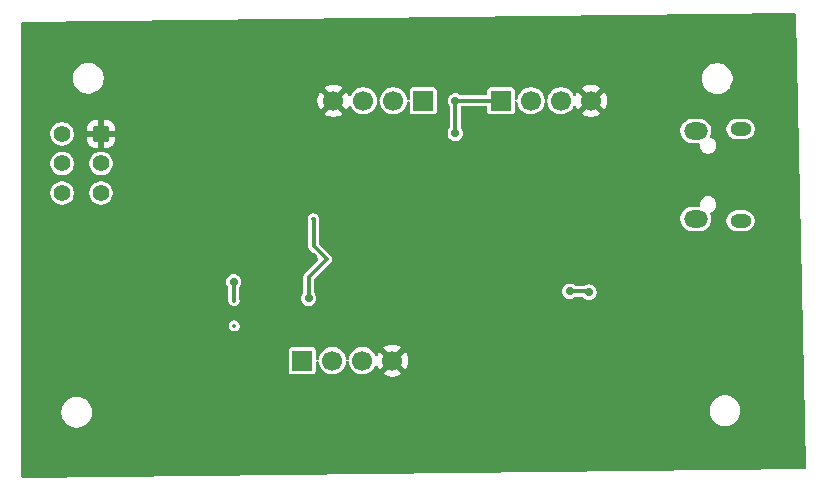
<source format=gbr>
%TF.GenerationSoftware,KiCad,Pcbnew,9.0.4*%
%TF.CreationDate,2025-09-11T21:53:48-07:00*%
%TF.ProjectId,STM32 PCB design,53544d33-3220-4504-9342-206465736967,rev?*%
%TF.SameCoordinates,Original*%
%TF.FileFunction,Copper,L2,Bot*%
%TF.FilePolarity,Positive*%
%FSLAX46Y46*%
G04 Gerber Fmt 4.6, Leading zero omitted, Abs format (unit mm)*
G04 Created by KiCad (PCBNEW 9.0.4) date 2025-09-11 21:53:48*
%MOMM*%
%LPD*%
G01*
G04 APERTURE LIST*
G04 Aperture macros list*
%AMRoundRect*
0 Rectangle with rounded corners*
0 $1 Rounding radius*
0 $2 $3 $4 $5 $6 $7 $8 $9 X,Y pos of 4 corners*
0 Add a 4 corners polygon primitive as box body*
4,1,4,$2,$3,$4,$5,$6,$7,$8,$9,$2,$3,0*
0 Add four circle primitives for the rounded corners*
1,1,$1+$1,$2,$3*
1,1,$1+$1,$4,$5*
1,1,$1+$1,$6,$7*
1,1,$1+$1,$8,$9*
0 Add four rect primitives between the rounded corners*
20,1,$1+$1,$2,$3,$4,$5,0*
20,1,$1+$1,$4,$5,$6,$7,0*
20,1,$1+$1,$6,$7,$8,$9,0*
20,1,$1+$1,$8,$9,$2,$3,0*%
G04 Aperture macros list end*
%TA.AperFunction,ComponentPad*%
%ADD10R,1.700000X1.700000*%
%TD*%
%TA.AperFunction,ComponentPad*%
%ADD11C,1.700000*%
%TD*%
%TA.AperFunction,ComponentPad*%
%ADD12RoundRect,0.250000X-0.450000X0.450000X-0.450000X-0.450000X0.450000X-0.450000X0.450000X0.450000X0*%
%TD*%
%TA.AperFunction,ComponentPad*%
%ADD13C,1.400000*%
%TD*%
%TA.AperFunction,HeatsinkPad*%
%ADD14O,1.800000X1.150000*%
%TD*%
%TA.AperFunction,HeatsinkPad*%
%ADD15O,2.000000X1.450000*%
%TD*%
%TA.AperFunction,ViaPad*%
%ADD16C,0.700000*%
%TD*%
%TA.AperFunction,Conductor*%
%ADD17C,0.300000*%
%TD*%
G04 APERTURE END LIST*
D10*
%TO.P,J2,1,Pin_1*%
%TO.N,+3.3V*%
X151190000Y-65000000D03*
D11*
%TO.P,J2,2,Pin_2*%
%TO.N,/SWDIO*%
X153730000Y-65000000D03*
%TO.P,J2,3,Pin_3*%
%TO.N,/SWCLK*%
X156270000Y-65000000D03*
%TO.P,J2,4,Pin_4*%
%TO.N,GND*%
X158810000Y-65000000D03*
%TD*%
D10*
%TO.P,J4,1,Pin_1*%
%TO.N,+3.3V*%
X134380000Y-87000000D03*
D11*
%TO.P,J4,2,Pin_2*%
%TO.N,/12C2_SCL*%
X136920000Y-87000000D03*
%TO.P,J4,3,Pin_3*%
%TO.N,/12C2_SDA*%
X139460000Y-87000000D03*
%TO.P,J4,4,Pin_4*%
%TO.N,GND*%
X142000000Y-87000000D03*
%TD*%
D12*
%TO.P,SW1,1,A*%
%TO.N,GND*%
X117325500Y-67807200D03*
D13*
%TO.P,SW1,2,B*%
%TO.N,/SW_BOOTO*%
X117325500Y-70307200D03*
%TO.P,SW1,3,C*%
%TO.N,+3.3V*%
X117325500Y-72807200D03*
%TO.P,SW1,4*%
%TO.N,N/C*%
X114025500Y-72807200D03*
%TO.P,SW1,5*%
X114025500Y-70307200D03*
%TO.P,SW1,6*%
X114025500Y-67807200D03*
%TD*%
D14*
%TO.P,J1,6,Shield*%
%TO.N,unconnected-(J1-Shield-Pad6)_3*%
X171476600Y-75152400D03*
D15*
%TO.N,unconnected-(J1-Shield-Pad6)_1*%
X167676600Y-75002400D03*
%TO.N,unconnected-(J1-Shield-Pad6)*%
X167676600Y-67552400D03*
D14*
%TO.N,unconnected-(J1-Shield-Pad6)_2*%
X171476600Y-67402400D03*
%TD*%
D10*
%TO.P,J3,1,Pin_1*%
%TO.N,+3.3V*%
X144620000Y-65000000D03*
D11*
%TO.P,J3,2,Pin_2*%
%TO.N,/USART1_TX*%
X142080000Y-65000000D03*
%TO.P,J3,3,Pin_3*%
%TO.N,/USART1_RX*%
X139540000Y-65000000D03*
%TO.P,J3,4,Pin_4*%
%TO.N,GND*%
X137000000Y-65000000D03*
%TD*%
D16*
%TO.N,+3.3V*%
X158648400Y-81203800D03*
X157000000Y-81127600D03*
%TO.N,+3.3VA*%
X128549400Y-80315800D03*
%TO.N,+3.3V*%
X147320000Y-67741800D03*
X147331200Y-64998600D03*
%TO.N,GND*%
X135280725Y-78257075D03*
%TO.N,+3.3V*%
X134899400Y-81715800D03*
X158648400Y-81203800D03*
%TO.N,GND*%
X126644400Y-79654400D03*
X127330200Y-82778600D03*
X120472200Y-73507600D03*
X120116600Y-75260200D03*
X120954800Y-70891400D03*
X121031000Y-66827400D03*
X147193000Y-74269600D03*
X138455400Y-71297800D03*
X144145000Y-84124800D03*
X147650200Y-91948000D03*
X159385000Y-69240400D03*
X141782800Y-92075000D03*
X124714000Y-84607400D03*
X123139200Y-80314800D03*
X123621800Y-82981800D03*
X162610800Y-83921600D03*
X132511800Y-73431400D03*
%TD*%
D17*
%TO.N,+3.3V*%
X135331200Y-75006200D02*
X135305800Y-74980800D01*
X135331200Y-77317600D02*
X135331200Y-75006200D01*
X158572200Y-81127600D02*
X158648400Y-81203800D01*
X157000000Y-81127600D02*
X158572200Y-81127600D01*
%TO.N,+3.3VA*%
X128600200Y-84048600D02*
X128625600Y-84074000D01*
X128549400Y-81864200D02*
X128600200Y-81915000D01*
X128549400Y-80315800D02*
X128549400Y-81864200D01*
%TO.N,+3.3V*%
X147320000Y-67741800D02*
X147320000Y-65009800D01*
X147320000Y-65009800D02*
X147331200Y-64998600D01*
X147802600Y-64998600D02*
X147804000Y-65000000D01*
X147331200Y-64998600D02*
X147802600Y-64998600D01*
X147804000Y-65000000D02*
X151190000Y-65000000D01*
X136423400Y-78409800D02*
X135331200Y-77317600D01*
X134899400Y-79933800D02*
X136423400Y-78409800D01*
X134899400Y-81715800D02*
X134899400Y-79933800D01*
%TD*%
%TA.AperFunction,Conductor*%
%TO.N,GND*%
G36*
X176144354Y-57627465D02*
G01*
X176190659Y-57679787D01*
X176202382Y-57729865D01*
X177009961Y-96089891D01*
X176991691Y-96157330D01*
X176939862Y-96204186D01*
X176887268Y-96216494D01*
X110716880Y-96899706D01*
X110649641Y-96880715D01*
X110603343Y-96828386D01*
X110591600Y-96775713D01*
X110591600Y-91261448D01*
X113964700Y-91261448D01*
X113964700Y-91466151D01*
X113996722Y-91668334D01*
X114059981Y-91863023D01*
X114152915Y-92045413D01*
X114273228Y-92211013D01*
X114417986Y-92355771D01*
X114536700Y-92442020D01*
X114583590Y-92476087D01*
X114640879Y-92505277D01*
X114765976Y-92569018D01*
X114765978Y-92569018D01*
X114765981Y-92569020D01*
X114870337Y-92602927D01*
X114960665Y-92632277D01*
X115061757Y-92648288D01*
X115162848Y-92664300D01*
X115162849Y-92664300D01*
X115367551Y-92664300D01*
X115367552Y-92664300D01*
X115569734Y-92632277D01*
X115764419Y-92569020D01*
X115946810Y-92476087D01*
X116039790Y-92408532D01*
X116112413Y-92355771D01*
X116112415Y-92355768D01*
X116112419Y-92355766D01*
X116257166Y-92211019D01*
X116257168Y-92211015D01*
X116257171Y-92211013D01*
X116349436Y-92084019D01*
X116377487Y-92045410D01*
X116470420Y-91863019D01*
X116533677Y-91668334D01*
X116565700Y-91466152D01*
X116565700Y-91261448D01*
X116545585Y-91134448D01*
X168854100Y-91134448D01*
X168854100Y-91339151D01*
X168886122Y-91541334D01*
X168949381Y-91736023D01*
X169042315Y-91918413D01*
X169162628Y-92084013D01*
X169307386Y-92228771D01*
X169462349Y-92341356D01*
X169472990Y-92349087D01*
X169589207Y-92408303D01*
X169655376Y-92442018D01*
X169655378Y-92442018D01*
X169655381Y-92442020D01*
X169759737Y-92475927D01*
X169850065Y-92505277D01*
X169951157Y-92521288D01*
X170052248Y-92537300D01*
X170052249Y-92537300D01*
X170256951Y-92537300D01*
X170256952Y-92537300D01*
X170459134Y-92505277D01*
X170653819Y-92442020D01*
X170836210Y-92349087D01*
X170929190Y-92281532D01*
X171001813Y-92228771D01*
X171001815Y-92228768D01*
X171001819Y-92228766D01*
X171146566Y-92084019D01*
X171146568Y-92084015D01*
X171146571Y-92084013D01*
X171199332Y-92011390D01*
X171266887Y-91918410D01*
X171359820Y-91736019D01*
X171423077Y-91541334D01*
X171455100Y-91339152D01*
X171455100Y-91134448D01*
X171423077Y-90932266D01*
X171359820Y-90737581D01*
X171359818Y-90737578D01*
X171359818Y-90737576D01*
X171326103Y-90671407D01*
X171266887Y-90555190D01*
X171238836Y-90516581D01*
X171146571Y-90389586D01*
X171001813Y-90244828D01*
X170836213Y-90124515D01*
X170836212Y-90124514D01*
X170836210Y-90124513D01*
X170778920Y-90095322D01*
X170653823Y-90031581D01*
X170459134Y-89968322D01*
X170284595Y-89940678D01*
X170256952Y-89936300D01*
X170052248Y-89936300D01*
X170027929Y-89940151D01*
X169850065Y-89968322D01*
X169655376Y-90031581D01*
X169472986Y-90124515D01*
X169307386Y-90244828D01*
X169162628Y-90389586D01*
X169042315Y-90555186D01*
X168949381Y-90737576D01*
X168886122Y-90932265D01*
X168854100Y-91134448D01*
X116545585Y-91134448D01*
X116533677Y-91059266D01*
X116470420Y-90864581D01*
X116470418Y-90864578D01*
X116470418Y-90864576D01*
X116405710Y-90737581D01*
X116377487Y-90682190D01*
X116369756Y-90671549D01*
X116257171Y-90516586D01*
X116112413Y-90371828D01*
X115946813Y-90251515D01*
X115946812Y-90251514D01*
X115946810Y-90251513D01*
X115889853Y-90222491D01*
X115764423Y-90158581D01*
X115569734Y-90095322D01*
X115395195Y-90067678D01*
X115367552Y-90063300D01*
X115162848Y-90063300D01*
X115138529Y-90067151D01*
X114960665Y-90095322D01*
X114765976Y-90158581D01*
X114583586Y-90251515D01*
X114417986Y-90371828D01*
X114273228Y-90516586D01*
X114152915Y-90682186D01*
X114059981Y-90864576D01*
X113996722Y-91059265D01*
X113964700Y-91261448D01*
X110591600Y-91261448D01*
X110591600Y-86105131D01*
X133229500Y-86105131D01*
X133229500Y-87894856D01*
X133229502Y-87894882D01*
X133232413Y-87919987D01*
X133232415Y-87919991D01*
X133277793Y-88022764D01*
X133277794Y-88022765D01*
X133357235Y-88102206D01*
X133460009Y-88147585D01*
X133485135Y-88150500D01*
X135274864Y-88150499D01*
X135274879Y-88150497D01*
X135274882Y-88150497D01*
X135299987Y-88147586D01*
X135299988Y-88147585D01*
X135299991Y-88147585D01*
X135402765Y-88102206D01*
X135482206Y-88022765D01*
X135527585Y-87919991D01*
X135530500Y-87894865D01*
X135530499Y-87157125D01*
X135550183Y-87090089D01*
X135602987Y-87044334D01*
X135672146Y-87034390D01*
X135735702Y-87063415D01*
X135773476Y-87122193D01*
X135776972Y-87137729D01*
X135797829Y-87269410D01*
X135853787Y-87441636D01*
X135853788Y-87441639D01*
X135936006Y-87602997D01*
X136042441Y-87749494D01*
X136042445Y-87749499D01*
X136170500Y-87877554D01*
X136170505Y-87877558D01*
X136294565Y-87967692D01*
X136317006Y-87983996D01*
X136393094Y-88022765D01*
X136478360Y-88066211D01*
X136478363Y-88066212D01*
X136564476Y-88094191D01*
X136650591Y-88122171D01*
X136733429Y-88135291D01*
X136829449Y-88150500D01*
X136829454Y-88150500D01*
X137010551Y-88150500D01*
X137097259Y-88136765D01*
X137189409Y-88122171D01*
X137361639Y-88066211D01*
X137522994Y-87983996D01*
X137669501Y-87877553D01*
X137797553Y-87749501D01*
X137903996Y-87602994D01*
X137986211Y-87441639D01*
X138042171Y-87269409D01*
X138056422Y-87179425D01*
X138067527Y-87109321D01*
X138097456Y-87046186D01*
X138156768Y-87009255D01*
X138226630Y-87010253D01*
X138284863Y-87048863D01*
X138312473Y-87109321D01*
X138337829Y-87269410D01*
X138393787Y-87441636D01*
X138393788Y-87441639D01*
X138476006Y-87602997D01*
X138582441Y-87749494D01*
X138582445Y-87749499D01*
X138710500Y-87877554D01*
X138710505Y-87877558D01*
X138834565Y-87967692D01*
X138857006Y-87983996D01*
X138933094Y-88022765D01*
X139018360Y-88066211D01*
X139018363Y-88066212D01*
X139104476Y-88094191D01*
X139190591Y-88122171D01*
X139273429Y-88135291D01*
X139369449Y-88150500D01*
X139369454Y-88150500D01*
X139550551Y-88150500D01*
X139637259Y-88136765D01*
X139729409Y-88122171D01*
X139901639Y-88066211D01*
X140062994Y-87983996D01*
X140185669Y-87894868D01*
X140209495Y-87877558D01*
X140209497Y-87877555D01*
X140209501Y-87877553D01*
X140337553Y-87749501D01*
X140443996Y-87602994D01*
X140511090Y-87471314D01*
X140559065Y-87420519D01*
X140626886Y-87403724D01*
X140693021Y-87426262D01*
X140736472Y-87480977D01*
X140739506Y-87489292D01*
X140748904Y-87518217D01*
X140845375Y-87707550D01*
X140884728Y-87761716D01*
X141517037Y-87129408D01*
X141534075Y-87192993D01*
X141599901Y-87307007D01*
X141692993Y-87400099D01*
X141807007Y-87465925D01*
X141870590Y-87482962D01*
X141238282Y-88115269D01*
X141238282Y-88115270D01*
X141292449Y-88154624D01*
X141481782Y-88251095D01*
X141683870Y-88316757D01*
X141893754Y-88350000D01*
X142106246Y-88350000D01*
X142316127Y-88316757D01*
X142316130Y-88316757D01*
X142518217Y-88251095D01*
X142707554Y-88154622D01*
X142761716Y-88115270D01*
X142761717Y-88115270D01*
X142129408Y-87482962D01*
X142192993Y-87465925D01*
X142307007Y-87400099D01*
X142400099Y-87307007D01*
X142465925Y-87192993D01*
X142482962Y-87129408D01*
X143115270Y-87761717D01*
X143115270Y-87761716D01*
X143154622Y-87707554D01*
X143251095Y-87518217D01*
X143316757Y-87316130D01*
X143316757Y-87316127D01*
X143350000Y-87106246D01*
X143350000Y-86893753D01*
X143316757Y-86683872D01*
X143316757Y-86683869D01*
X143251095Y-86481782D01*
X143154624Y-86292449D01*
X143115270Y-86238282D01*
X143115269Y-86238282D01*
X142482962Y-86870590D01*
X142465925Y-86807007D01*
X142400099Y-86692993D01*
X142307007Y-86599901D01*
X142192993Y-86534075D01*
X142129409Y-86517037D01*
X142761716Y-85884728D01*
X142707550Y-85845375D01*
X142518217Y-85748904D01*
X142316129Y-85683242D01*
X142106246Y-85650000D01*
X141893754Y-85650000D01*
X141683872Y-85683242D01*
X141683869Y-85683242D01*
X141481782Y-85748904D01*
X141292439Y-85845380D01*
X141238282Y-85884727D01*
X141238282Y-85884728D01*
X141870591Y-86517037D01*
X141807007Y-86534075D01*
X141692993Y-86599901D01*
X141599901Y-86692993D01*
X141534075Y-86807007D01*
X141517037Y-86870591D01*
X140884728Y-86238282D01*
X140884727Y-86238282D01*
X140845380Y-86292439D01*
X140748905Y-86481781D01*
X140739506Y-86510708D01*
X140700068Y-86568383D01*
X140635709Y-86595581D01*
X140566862Y-86583666D01*
X140515387Y-86536421D01*
X140511090Y-86528684D01*
X140487191Y-86481781D01*
X140443996Y-86397006D01*
X140430396Y-86378287D01*
X140337558Y-86250505D01*
X140337554Y-86250500D01*
X140209499Y-86122445D01*
X140209494Y-86122441D01*
X140085432Y-86032305D01*
X140062996Y-86016005D01*
X139901639Y-85933788D01*
X139901636Y-85933787D01*
X139729410Y-85877829D01*
X139550551Y-85849500D01*
X139550546Y-85849500D01*
X139369454Y-85849500D01*
X139369449Y-85849500D01*
X139190589Y-85877829D01*
X139018363Y-85933787D01*
X139018360Y-85933788D01*
X138857002Y-86016006D01*
X138710505Y-86122441D01*
X138710500Y-86122445D01*
X138582445Y-86250500D01*
X138582441Y-86250505D01*
X138476006Y-86397002D01*
X138393788Y-86558360D01*
X138393787Y-86558363D01*
X138337829Y-86730589D01*
X138312473Y-86890678D01*
X138282544Y-86953813D01*
X138223232Y-86990744D01*
X138153369Y-86989746D01*
X138095137Y-86951136D01*
X138067527Y-86890678D01*
X138053740Y-86803639D01*
X138042171Y-86730591D01*
X137999708Y-86599901D01*
X137986212Y-86558363D01*
X137986211Y-86558360D01*
X137947191Y-86481781D01*
X137903996Y-86397006D01*
X137890396Y-86378287D01*
X137797558Y-86250505D01*
X137797554Y-86250500D01*
X137669499Y-86122445D01*
X137669494Y-86122441D01*
X137522997Y-86016006D01*
X137522996Y-86016005D01*
X137522994Y-86016004D01*
X137446906Y-85977235D01*
X137361639Y-85933788D01*
X137361636Y-85933787D01*
X137189410Y-85877829D01*
X137010551Y-85849500D01*
X137010546Y-85849500D01*
X136829454Y-85849500D01*
X136829449Y-85849500D01*
X136650589Y-85877829D01*
X136478363Y-85933787D01*
X136478360Y-85933788D01*
X136317002Y-86016006D01*
X136170505Y-86122441D01*
X136170500Y-86122445D01*
X136042445Y-86250500D01*
X136042441Y-86250505D01*
X135936006Y-86397002D01*
X135853788Y-86558360D01*
X135853787Y-86558363D01*
X135797829Y-86730589D01*
X135776972Y-86862271D01*
X135747042Y-86925405D01*
X135687731Y-86962336D01*
X135617868Y-86961338D01*
X135559636Y-86922728D01*
X135531522Y-86858764D01*
X135530499Y-86842872D01*
X135530499Y-86105143D01*
X135530499Y-86105136D01*
X135530497Y-86105117D01*
X135527586Y-86080012D01*
X135527585Y-86080010D01*
X135527585Y-86080009D01*
X135482206Y-85977235D01*
X135402765Y-85897794D01*
X135402763Y-85897793D01*
X135299992Y-85852415D01*
X135274865Y-85849500D01*
X133485143Y-85849500D01*
X133485117Y-85849502D01*
X133460012Y-85852413D01*
X133460008Y-85852415D01*
X133357235Y-85897793D01*
X133277794Y-85977234D01*
X133232415Y-86080006D01*
X133232415Y-86080008D01*
X133229500Y-86105131D01*
X110591600Y-86105131D01*
X110591600Y-83989289D01*
X128149701Y-83989289D01*
X128149701Y-84107910D01*
X128180399Y-84222485D01*
X128215640Y-84283522D01*
X128239711Y-84325214D01*
X128348986Y-84434489D01*
X128421195Y-84476179D01*
X128451714Y-84493800D01*
X128521833Y-84512587D01*
X128566291Y-84524499D01*
X128566294Y-84524499D01*
X128684906Y-84524499D01*
X128684909Y-84524499D01*
X128755029Y-84505710D01*
X128799485Y-84493800D01*
X128799487Y-84493799D01*
X128902214Y-84434489D01*
X128986089Y-84350614D01*
X129045399Y-84247887D01*
X129076099Y-84133309D01*
X129076099Y-84014691D01*
X129064187Y-83970233D01*
X129045400Y-83900114D01*
X129027779Y-83869595D01*
X128986089Y-83797386D01*
X128876814Y-83688111D01*
X128835122Y-83664040D01*
X128774085Y-83628799D01*
X128659510Y-83598101D01*
X128659509Y-83598101D01*
X128540891Y-83598101D01*
X128540889Y-83598101D01*
X128426314Y-83628799D01*
X128323586Y-83688111D01*
X128323583Y-83688113D01*
X128239713Y-83771983D01*
X128239711Y-83771986D01*
X128180399Y-83874714D01*
X128149701Y-83989289D01*
X110591600Y-83989289D01*
X110591600Y-80379871D01*
X127898899Y-80379871D01*
X127923897Y-80505538D01*
X127923899Y-80505544D01*
X127972933Y-80623924D01*
X127972938Y-80623933D01*
X128044123Y-80730468D01*
X128044125Y-80730471D01*
X128062579Y-80748924D01*
X128096066Y-80810246D01*
X128098900Y-80836607D01*
X128098900Y-81923509D01*
X128112512Y-81974309D01*
X128129601Y-82038087D01*
X128188911Y-82140814D01*
X128323586Y-82275489D01*
X128395795Y-82317179D01*
X128426314Y-82334800D01*
X128496433Y-82353587D01*
X128540891Y-82365499D01*
X128540894Y-82365499D01*
X128659506Y-82365499D01*
X128659509Y-82365499D01*
X128749817Y-82341302D01*
X128774085Y-82334800D01*
X128774087Y-82334799D01*
X128876814Y-82275489D01*
X128960689Y-82191614D01*
X129019999Y-82088887D01*
X129033611Y-82038087D01*
X129050699Y-81974309D01*
X129050699Y-81855694D01*
X129050699Y-81855691D01*
X129030490Y-81780266D01*
X129030384Y-81779871D01*
X134248899Y-81779871D01*
X134273897Y-81905538D01*
X134273899Y-81905544D01*
X134322933Y-82023924D01*
X134322938Y-82023933D01*
X134394123Y-82130468D01*
X134394126Y-82130472D01*
X134484727Y-82221073D01*
X134484731Y-82221076D01*
X134591266Y-82292261D01*
X134591272Y-82292264D01*
X134591273Y-82292265D01*
X134709656Y-82341301D01*
X134709660Y-82341301D01*
X134709661Y-82341302D01*
X134835328Y-82366300D01*
X134835331Y-82366300D01*
X134963471Y-82366300D01*
X135048015Y-82349482D01*
X135089144Y-82341301D01*
X135207527Y-82292265D01*
X135314069Y-82221076D01*
X135404676Y-82130469D01*
X135475865Y-82023927D01*
X135524901Y-81905544D01*
X135549821Y-81780266D01*
X135549900Y-81779871D01*
X135549900Y-81651728D01*
X135524902Y-81526061D01*
X135524901Y-81526060D01*
X135524901Y-81526056D01*
X135475865Y-81407673D01*
X135475864Y-81407672D01*
X135475861Y-81407666D01*
X135404676Y-81301131D01*
X135404673Y-81301127D01*
X135386219Y-81282673D01*
X135371515Y-81255745D01*
X135354923Y-81229927D01*
X135354031Y-81223726D01*
X135352734Y-81221350D01*
X135349900Y-81194992D01*
X135349900Y-81191671D01*
X156349499Y-81191671D01*
X156374497Y-81317338D01*
X156374499Y-81317344D01*
X156423533Y-81435724D01*
X156423538Y-81435733D01*
X156494723Y-81542268D01*
X156494726Y-81542272D01*
X156585327Y-81632873D01*
X156585331Y-81632876D01*
X156691866Y-81704061D01*
X156691875Y-81704066D01*
X156718692Y-81715174D01*
X156810256Y-81753101D01*
X156810260Y-81753101D01*
X156810261Y-81753102D01*
X156935928Y-81778100D01*
X156935931Y-81778100D01*
X157064071Y-81778100D01*
X157148615Y-81761282D01*
X157189744Y-81753101D01*
X157308127Y-81704065D01*
X157414669Y-81632876D01*
X157414672Y-81632873D01*
X157433127Y-81614419D01*
X157494450Y-81580934D01*
X157520808Y-81578100D01*
X158051392Y-81578100D01*
X158118431Y-81597785D01*
X158139073Y-81614419D01*
X158233727Y-81709073D01*
X158233731Y-81709076D01*
X158340266Y-81780261D01*
X158340272Y-81780264D01*
X158340273Y-81780265D01*
X158458656Y-81829301D01*
X158458660Y-81829301D01*
X158458661Y-81829302D01*
X158584328Y-81854300D01*
X158584331Y-81854300D01*
X158712471Y-81854300D01*
X158797015Y-81837482D01*
X158838144Y-81829301D01*
X158956527Y-81780265D01*
X159063069Y-81709076D01*
X159153676Y-81618469D01*
X159224865Y-81511927D01*
X159273901Y-81393544D01*
X159292284Y-81301131D01*
X159298900Y-81267871D01*
X159298900Y-81139728D01*
X159273902Y-81014061D01*
X159273901Y-81014060D01*
X159273901Y-81014056D01*
X159224865Y-80895673D01*
X159224864Y-80895672D01*
X159224861Y-80895666D01*
X159153676Y-80789131D01*
X159153673Y-80789127D01*
X159063072Y-80698526D01*
X159063068Y-80698523D01*
X158956533Y-80627338D01*
X158956524Y-80627333D01*
X158838144Y-80578299D01*
X158838138Y-80578297D01*
X158712471Y-80553300D01*
X158712469Y-80553300D01*
X158584331Y-80553300D01*
X158584329Y-80553300D01*
X158458661Y-80578297D01*
X158458655Y-80578299D01*
X158340273Y-80627334D01*
X158311605Y-80646489D01*
X158297069Y-80656202D01*
X158230394Y-80677080D01*
X158228180Y-80677100D01*
X157520808Y-80677100D01*
X157453769Y-80657415D01*
X157433127Y-80640781D01*
X157414672Y-80622326D01*
X157414668Y-80622323D01*
X157308133Y-80551138D01*
X157308124Y-80551133D01*
X157189744Y-80502099D01*
X157189738Y-80502097D01*
X157064071Y-80477100D01*
X157064069Y-80477100D01*
X156935931Y-80477100D01*
X156935929Y-80477100D01*
X156810261Y-80502097D01*
X156810255Y-80502099D01*
X156691875Y-80551133D01*
X156691866Y-80551138D01*
X156585331Y-80622323D01*
X156585327Y-80622326D01*
X156494726Y-80712927D01*
X156494723Y-80712931D01*
X156423538Y-80819466D01*
X156423533Y-80819475D01*
X156374499Y-80937855D01*
X156374497Y-80937861D01*
X156349500Y-81063528D01*
X156349500Y-81063531D01*
X156349500Y-81191669D01*
X156349500Y-81191671D01*
X156349499Y-81191671D01*
X135349900Y-81191671D01*
X135349900Y-80171765D01*
X135369585Y-80104726D01*
X135386219Y-80084084D01*
X135813120Y-79657183D01*
X136783889Y-78686414D01*
X136843199Y-78583687D01*
X136873899Y-78469109D01*
X136873899Y-78350491D01*
X136861987Y-78306033D01*
X136843200Y-78235914D01*
X136825579Y-78205395D01*
X136783889Y-78133186D01*
X135818019Y-77167316D01*
X135784534Y-77105993D01*
X135781700Y-77079635D01*
X135781700Y-74946893D01*
X135781699Y-74946886D01*
X135776480Y-74927407D01*
X135776477Y-74927399D01*
X135774893Y-74921489D01*
X135769508Y-74901392D01*
X166376100Y-74901392D01*
X166376100Y-75103407D01*
X166415507Y-75301519D01*
X166415509Y-75301527D01*
X166492812Y-75488152D01*
X166492817Y-75488162D01*
X166605041Y-75656118D01*
X166747881Y-75798958D01*
X166915837Y-75911182D01*
X166915841Y-75911184D01*
X166915844Y-75911186D01*
X167102473Y-75988491D01*
X167300592Y-76027899D01*
X167300596Y-76027900D01*
X167300597Y-76027900D01*
X168052604Y-76027900D01*
X168052605Y-76027899D01*
X168250727Y-75988491D01*
X168437356Y-75911186D01*
X168605318Y-75798958D01*
X168748158Y-75656118D01*
X168860386Y-75488156D01*
X168937691Y-75301527D01*
X168977100Y-75103403D01*
X168977100Y-75066166D01*
X170276100Y-75066166D01*
X170276100Y-75238633D01*
X170309743Y-75407766D01*
X170309746Y-75407778D01*
X170375738Y-75567098D01*
X170375745Y-75567111D01*
X170471554Y-75710498D01*
X170471557Y-75710502D01*
X170593497Y-75832442D01*
X170593501Y-75832445D01*
X170736888Y-75928254D01*
X170736901Y-75928261D01*
X170882308Y-75988490D01*
X170896226Y-75994255D01*
X171065366Y-76027899D01*
X171065369Y-76027900D01*
X171065371Y-76027900D01*
X171887831Y-76027900D01*
X171887832Y-76027899D01*
X172056974Y-75994255D01*
X172216305Y-75928258D01*
X172359699Y-75832445D01*
X172481645Y-75710499D01*
X172577458Y-75567105D01*
X172643455Y-75407774D01*
X172677100Y-75238629D01*
X172677100Y-75066171D01*
X172677100Y-75066168D01*
X172677099Y-75066166D01*
X172653374Y-74946893D01*
X172643455Y-74897026D01*
X172643453Y-74897021D01*
X172577461Y-74737701D01*
X172577454Y-74737688D01*
X172481645Y-74594301D01*
X172481642Y-74594297D01*
X172359702Y-74472357D01*
X172359698Y-74472354D01*
X172216311Y-74376545D01*
X172216298Y-74376538D01*
X172056978Y-74310546D01*
X172056966Y-74310543D01*
X171887832Y-74276900D01*
X171887829Y-74276900D01*
X171065371Y-74276900D01*
X171065368Y-74276900D01*
X170896233Y-74310543D01*
X170896221Y-74310546D01*
X170736901Y-74376538D01*
X170736888Y-74376545D01*
X170593501Y-74472354D01*
X170593497Y-74472357D01*
X170471557Y-74594297D01*
X170471554Y-74594301D01*
X170375745Y-74737688D01*
X170375738Y-74737701D01*
X170309746Y-74897021D01*
X170309743Y-74897033D01*
X170276100Y-75066166D01*
X168977100Y-75066166D01*
X168977100Y-74901397D01*
X168937691Y-74703273D01*
X168894954Y-74600097D01*
X168887485Y-74530627D01*
X168918760Y-74468148D01*
X168962057Y-74438085D01*
X169058411Y-74398175D01*
X169173142Y-74321514D01*
X169270714Y-74223942D01*
X169347375Y-74109211D01*
X169353836Y-74093614D01*
X169400178Y-73981732D01*
X169400180Y-73981728D01*
X169414575Y-73909359D01*
X169427100Y-73846395D01*
X169427100Y-73708404D01*
X169400181Y-73573077D01*
X169400180Y-73573076D01*
X169400180Y-73573072D01*
X169400178Y-73573067D01*
X169347378Y-73445595D01*
X169347371Y-73445582D01*
X169270714Y-73330858D01*
X169270711Y-73330854D01*
X169173145Y-73233288D01*
X169173141Y-73233285D01*
X169058417Y-73156628D01*
X169058404Y-73156621D01*
X168930932Y-73103821D01*
X168930922Y-73103818D01*
X168795595Y-73076900D01*
X168795593Y-73076900D01*
X168657607Y-73076900D01*
X168657605Y-73076900D01*
X168522277Y-73103818D01*
X168522267Y-73103821D01*
X168394795Y-73156621D01*
X168394782Y-73156628D01*
X168280058Y-73233285D01*
X168280054Y-73233288D01*
X168182488Y-73330854D01*
X168182485Y-73330858D01*
X168105828Y-73445582D01*
X168105821Y-73445595D01*
X168053021Y-73573067D01*
X168053018Y-73573077D01*
X168026100Y-73708404D01*
X168026100Y-73852485D01*
X168023310Y-73852485D01*
X168012542Y-73909359D01*
X167964492Y-73960083D01*
X167902141Y-73976900D01*
X167300592Y-73976900D01*
X167102480Y-74016307D01*
X167102472Y-74016309D01*
X166915847Y-74093612D01*
X166915837Y-74093617D01*
X166747881Y-74205841D01*
X166605041Y-74348681D01*
X166492817Y-74516637D01*
X166492812Y-74516647D01*
X166415509Y-74703272D01*
X166415507Y-74703280D01*
X166376100Y-74901392D01*
X135769508Y-74901392D01*
X135750999Y-74832314D01*
X135750999Y-74832313D01*
X135691689Y-74729586D01*
X135582414Y-74620311D01*
X135537357Y-74594297D01*
X135479685Y-74560999D01*
X135365110Y-74530301D01*
X135365109Y-74530301D01*
X135246491Y-74530301D01*
X135246489Y-74530301D01*
X135131914Y-74560999D01*
X135029186Y-74620311D01*
X135029183Y-74620313D01*
X134945313Y-74704183D01*
X134945311Y-74704186D01*
X134885999Y-74806914D01*
X134855301Y-74921489D01*
X134855301Y-75040110D01*
X134876475Y-75119134D01*
X134880700Y-75151226D01*
X134880700Y-77376908D01*
X134904912Y-77467272D01*
X134911400Y-77491485D01*
X134911400Y-77491486D01*
X134911401Y-77491487D01*
X134970711Y-77594214D01*
X134970713Y-77594216D01*
X135698616Y-78322119D01*
X135732101Y-78383442D01*
X135727117Y-78453134D01*
X135698616Y-78497481D01*
X134538913Y-79657183D01*
X134538909Y-79657189D01*
X134479601Y-79759912D01*
X134479600Y-79759917D01*
X134448900Y-79874491D01*
X134448900Y-81194992D01*
X134429215Y-81262031D01*
X134412581Y-81282673D01*
X134394126Y-81301127D01*
X134394123Y-81301131D01*
X134322938Y-81407666D01*
X134322933Y-81407675D01*
X134273899Y-81526055D01*
X134273897Y-81526061D01*
X134248900Y-81651728D01*
X134248900Y-81651731D01*
X134248900Y-81779869D01*
X134248900Y-81779871D01*
X134248899Y-81779871D01*
X129030384Y-81779871D01*
X129020000Y-81741114D01*
X129019998Y-81741110D01*
X129016511Y-81735070D01*
X129012361Y-81719583D01*
X129004923Y-81708009D01*
X128999900Y-81673074D01*
X128999900Y-80836607D01*
X129019585Y-80769568D01*
X129036221Y-80748924D01*
X129054674Y-80730471D01*
X129054676Y-80730469D01*
X129125865Y-80623927D01*
X129174901Y-80505544D01*
X129199900Y-80379869D01*
X129199900Y-80251731D01*
X129199900Y-80251728D01*
X129174902Y-80126061D01*
X129174901Y-80126060D01*
X129174901Y-80126056D01*
X129125865Y-80007673D01*
X129125864Y-80007672D01*
X129125861Y-80007666D01*
X129054676Y-79901131D01*
X129054673Y-79901127D01*
X128964072Y-79810526D01*
X128964068Y-79810523D01*
X128857533Y-79739338D01*
X128857524Y-79739333D01*
X128739144Y-79690299D01*
X128739138Y-79690297D01*
X128613471Y-79665300D01*
X128613469Y-79665300D01*
X128485331Y-79665300D01*
X128485329Y-79665300D01*
X128359661Y-79690297D01*
X128359655Y-79690299D01*
X128241275Y-79739333D01*
X128241266Y-79739338D01*
X128134731Y-79810523D01*
X128134727Y-79810526D01*
X128044126Y-79901127D01*
X128044123Y-79901131D01*
X127972938Y-80007666D01*
X127972933Y-80007675D01*
X127923899Y-80126055D01*
X127923897Y-80126061D01*
X127898900Y-80251728D01*
X127898900Y-80251731D01*
X127898900Y-80379869D01*
X127898900Y-80379871D01*
X127898899Y-80379871D01*
X110591600Y-80379871D01*
X110591600Y-72905743D01*
X113024999Y-72905743D01*
X113063447Y-73099029D01*
X113063450Y-73099039D01*
X113138864Y-73281107D01*
X113138871Y-73281120D01*
X113248360Y-73444981D01*
X113248363Y-73444985D01*
X113387714Y-73584336D01*
X113387718Y-73584339D01*
X113551579Y-73693828D01*
X113551592Y-73693835D01*
X113733660Y-73769249D01*
X113733665Y-73769251D01*
X113733669Y-73769251D01*
X113733670Y-73769252D01*
X113926956Y-73807700D01*
X113926959Y-73807700D01*
X114124043Y-73807700D01*
X114254082Y-73781832D01*
X114317335Y-73769251D01*
X114499414Y-73693832D01*
X114663282Y-73584339D01*
X114802639Y-73444982D01*
X114912132Y-73281114D01*
X114987551Y-73099035D01*
X115026000Y-72905743D01*
X116324999Y-72905743D01*
X116363447Y-73099029D01*
X116363450Y-73099039D01*
X116438864Y-73281107D01*
X116438871Y-73281120D01*
X116548360Y-73444981D01*
X116548363Y-73444985D01*
X116687714Y-73584336D01*
X116687718Y-73584339D01*
X116851579Y-73693828D01*
X116851592Y-73693835D01*
X117033660Y-73769249D01*
X117033665Y-73769251D01*
X117033669Y-73769251D01*
X117033670Y-73769252D01*
X117226956Y-73807700D01*
X117226959Y-73807700D01*
X117424043Y-73807700D01*
X117554082Y-73781832D01*
X117617335Y-73769251D01*
X117799414Y-73693832D01*
X117963282Y-73584339D01*
X118102639Y-73444982D01*
X118212132Y-73281114D01*
X118287551Y-73099035D01*
X118326000Y-72905741D01*
X118326000Y-72708659D01*
X118326000Y-72708656D01*
X118287552Y-72515370D01*
X118287551Y-72515369D01*
X118287551Y-72515365D01*
X118287549Y-72515360D01*
X118212135Y-72333292D01*
X118212128Y-72333279D01*
X118102639Y-72169418D01*
X118102636Y-72169414D01*
X117963285Y-72030063D01*
X117963281Y-72030060D01*
X117799420Y-71920571D01*
X117799407Y-71920564D01*
X117617339Y-71845150D01*
X117617329Y-71845147D01*
X117424043Y-71806700D01*
X117424041Y-71806700D01*
X117226959Y-71806700D01*
X117226957Y-71806700D01*
X117033670Y-71845147D01*
X117033660Y-71845150D01*
X116851592Y-71920564D01*
X116851579Y-71920571D01*
X116687718Y-72030060D01*
X116687714Y-72030063D01*
X116548363Y-72169414D01*
X116548360Y-72169418D01*
X116438871Y-72333279D01*
X116438864Y-72333292D01*
X116363450Y-72515360D01*
X116363447Y-72515370D01*
X116325000Y-72708656D01*
X116325000Y-72708659D01*
X116325000Y-72905741D01*
X116325000Y-72905743D01*
X116324999Y-72905743D01*
X115026000Y-72905743D01*
X115026000Y-72905741D01*
X115026000Y-72708659D01*
X115026000Y-72708656D01*
X114987552Y-72515370D01*
X114987551Y-72515369D01*
X114987551Y-72515365D01*
X114987549Y-72515360D01*
X114912135Y-72333292D01*
X114912128Y-72333279D01*
X114802639Y-72169418D01*
X114802636Y-72169414D01*
X114663285Y-72030063D01*
X114663281Y-72030060D01*
X114499420Y-71920571D01*
X114499407Y-71920564D01*
X114317339Y-71845150D01*
X114317329Y-71845147D01*
X114124043Y-71806700D01*
X114124041Y-71806700D01*
X113926959Y-71806700D01*
X113926957Y-71806700D01*
X113733670Y-71845147D01*
X113733660Y-71845150D01*
X113551592Y-71920564D01*
X113551579Y-71920571D01*
X113387718Y-72030060D01*
X113387714Y-72030063D01*
X113248363Y-72169414D01*
X113248360Y-72169418D01*
X113138871Y-72333279D01*
X113138864Y-72333292D01*
X113063450Y-72515360D01*
X113063447Y-72515370D01*
X113025000Y-72708656D01*
X113025000Y-72708659D01*
X113025000Y-72905741D01*
X113025000Y-72905743D01*
X113024999Y-72905743D01*
X110591600Y-72905743D01*
X110591600Y-70405743D01*
X113024999Y-70405743D01*
X113063447Y-70599029D01*
X113063450Y-70599039D01*
X113138864Y-70781107D01*
X113138871Y-70781120D01*
X113248360Y-70944981D01*
X113248363Y-70944985D01*
X113387714Y-71084336D01*
X113387718Y-71084339D01*
X113551579Y-71193828D01*
X113551592Y-71193835D01*
X113733660Y-71269249D01*
X113733665Y-71269251D01*
X113733669Y-71269251D01*
X113733670Y-71269252D01*
X113926956Y-71307700D01*
X113926959Y-71307700D01*
X114124043Y-71307700D01*
X114254082Y-71281832D01*
X114317335Y-71269251D01*
X114499414Y-71193832D01*
X114663282Y-71084339D01*
X114802639Y-70944982D01*
X114912132Y-70781114D01*
X114987551Y-70599035D01*
X115026000Y-70405743D01*
X116324999Y-70405743D01*
X116363447Y-70599029D01*
X116363450Y-70599039D01*
X116438864Y-70781107D01*
X116438871Y-70781120D01*
X116548360Y-70944981D01*
X116548363Y-70944985D01*
X116687714Y-71084336D01*
X116687718Y-71084339D01*
X116851579Y-71193828D01*
X116851592Y-71193835D01*
X117033660Y-71269249D01*
X117033665Y-71269251D01*
X117033669Y-71269251D01*
X117033670Y-71269252D01*
X117226956Y-71307700D01*
X117226959Y-71307700D01*
X117424043Y-71307700D01*
X117554082Y-71281832D01*
X117617335Y-71269251D01*
X117799414Y-71193832D01*
X117963282Y-71084339D01*
X118102639Y-70944982D01*
X118212132Y-70781114D01*
X118287551Y-70599035D01*
X118326000Y-70405741D01*
X118326000Y-70208659D01*
X118326000Y-70208656D01*
X118287552Y-70015370D01*
X118287551Y-70015369D01*
X118287551Y-70015365D01*
X118287549Y-70015360D01*
X118212135Y-69833292D01*
X118212128Y-69833279D01*
X118102639Y-69669418D01*
X118102636Y-69669414D01*
X117963285Y-69530063D01*
X117963281Y-69530060D01*
X117799420Y-69420571D01*
X117799407Y-69420564D01*
X117617339Y-69345150D01*
X117617329Y-69345147D01*
X117424043Y-69306700D01*
X117424041Y-69306700D01*
X117226959Y-69306700D01*
X117226957Y-69306700D01*
X117033670Y-69345147D01*
X117033660Y-69345150D01*
X116851592Y-69420564D01*
X116851579Y-69420571D01*
X116687718Y-69530060D01*
X116687714Y-69530063D01*
X116548363Y-69669414D01*
X116548360Y-69669418D01*
X116438871Y-69833279D01*
X116438864Y-69833292D01*
X116363450Y-70015360D01*
X116363447Y-70015370D01*
X116325000Y-70208656D01*
X116325000Y-70208659D01*
X116325000Y-70405741D01*
X116325000Y-70405743D01*
X116324999Y-70405743D01*
X115026000Y-70405743D01*
X115026000Y-70405741D01*
X115026000Y-70208659D01*
X115026000Y-70208656D01*
X114987552Y-70015370D01*
X114987551Y-70015369D01*
X114987551Y-70015365D01*
X114987549Y-70015360D01*
X114912135Y-69833292D01*
X114912128Y-69833279D01*
X114802639Y-69669418D01*
X114802636Y-69669414D01*
X114663285Y-69530063D01*
X114663281Y-69530060D01*
X114499420Y-69420571D01*
X114499407Y-69420564D01*
X114317339Y-69345150D01*
X114317329Y-69345147D01*
X114124043Y-69306700D01*
X114124041Y-69306700D01*
X113926959Y-69306700D01*
X113926957Y-69306700D01*
X113733670Y-69345147D01*
X113733660Y-69345150D01*
X113551592Y-69420564D01*
X113551579Y-69420571D01*
X113387718Y-69530060D01*
X113387714Y-69530063D01*
X113248363Y-69669414D01*
X113248360Y-69669418D01*
X113138871Y-69833279D01*
X113138864Y-69833292D01*
X113063450Y-70015360D01*
X113063447Y-70015370D01*
X113025000Y-70208656D01*
X113025000Y-70208659D01*
X113025000Y-70405741D01*
X113025000Y-70405743D01*
X113024999Y-70405743D01*
X110591600Y-70405743D01*
X110591600Y-67905743D01*
X113024999Y-67905743D01*
X113063447Y-68099029D01*
X113063450Y-68099039D01*
X113138864Y-68281107D01*
X113138871Y-68281120D01*
X113248360Y-68444981D01*
X113248363Y-68444985D01*
X113387714Y-68584336D01*
X113387718Y-68584339D01*
X113551579Y-68693828D01*
X113551592Y-68693835D01*
X113733660Y-68769249D01*
X113733665Y-68769251D01*
X113733669Y-68769251D01*
X113733670Y-68769252D01*
X113926956Y-68807700D01*
X113926959Y-68807700D01*
X114124043Y-68807700D01*
X114254082Y-68781832D01*
X114317335Y-68769251D01*
X114499414Y-68693832D01*
X114663282Y-68584339D01*
X114802639Y-68444982D01*
X114912132Y-68281114D01*
X114987551Y-68099035D01*
X114999662Y-68038152D01*
X115010902Y-67981646D01*
X115010902Y-67981645D01*
X115025999Y-67905745D01*
X115026000Y-67905743D01*
X115026000Y-67708656D01*
X114987552Y-67515370D01*
X114987551Y-67515369D01*
X114987551Y-67515365D01*
X114961055Y-67451397D01*
X114919700Y-67351556D01*
X114919684Y-67351518D01*
X114918889Y-67349600D01*
X114912132Y-67333286D01*
X114912129Y-67333281D01*
X114912128Y-67333279D01*
X114894711Y-67307213D01*
X116125500Y-67307213D01*
X116125500Y-67557200D01*
X116950222Y-67557200D01*
X116906167Y-67633506D01*
X116875500Y-67747956D01*
X116875500Y-67866444D01*
X116906167Y-67980894D01*
X116950222Y-68057200D01*
X116125501Y-68057200D01*
X116125501Y-68307186D01*
X116135994Y-68409897D01*
X116191141Y-68576319D01*
X116191143Y-68576324D01*
X116283184Y-68725545D01*
X116407154Y-68849515D01*
X116556375Y-68941556D01*
X116556380Y-68941558D01*
X116722802Y-68996705D01*
X116722809Y-68996706D01*
X116825519Y-69007199D01*
X117075499Y-69007199D01*
X117075500Y-69007198D01*
X117075500Y-68182477D01*
X117151806Y-68226533D01*
X117266256Y-68257200D01*
X117384744Y-68257200D01*
X117499194Y-68226533D01*
X117575500Y-68182477D01*
X117575500Y-69007199D01*
X117825472Y-69007199D01*
X117825486Y-69007198D01*
X117928197Y-68996705D01*
X118094619Y-68941558D01*
X118094624Y-68941556D01*
X118243845Y-68849515D01*
X118367815Y-68725545D01*
X118459856Y-68576324D01*
X118459858Y-68576319D01*
X118515005Y-68409897D01*
X118515006Y-68409890D01*
X118525499Y-68307186D01*
X118525500Y-68307173D01*
X118525500Y-68057200D01*
X117700778Y-68057200D01*
X117744833Y-67980894D01*
X117775500Y-67866444D01*
X117775500Y-67805871D01*
X146669499Y-67805871D01*
X146694497Y-67931538D01*
X146694499Y-67931544D01*
X146743533Y-68049924D01*
X146743538Y-68049933D01*
X146814723Y-68156468D01*
X146814726Y-68156472D01*
X146905327Y-68247073D01*
X146905331Y-68247076D01*
X147011866Y-68318261D01*
X147011872Y-68318264D01*
X147011873Y-68318265D01*
X147130256Y-68367301D01*
X147130260Y-68367301D01*
X147130261Y-68367302D01*
X147255928Y-68392300D01*
X147255931Y-68392300D01*
X147384071Y-68392300D01*
X147468615Y-68375482D01*
X147509744Y-68367301D01*
X147628127Y-68318265D01*
X147734669Y-68247076D01*
X147825276Y-68156469D01*
X147896465Y-68049927D01*
X147945501Y-67931544D01*
X147961419Y-67851523D01*
X147970500Y-67805871D01*
X147970500Y-67677728D01*
X147945502Y-67552061D01*
X147945501Y-67552060D01*
X147945501Y-67552056D01*
X147945499Y-67552051D01*
X147920939Y-67492757D01*
X147903805Y-67451392D01*
X166376100Y-67451392D01*
X166376100Y-67653407D01*
X166415507Y-67851519D01*
X166415509Y-67851527D01*
X166492812Y-68038152D01*
X166492817Y-68038162D01*
X166605041Y-68206118D01*
X166747881Y-68348958D01*
X166915837Y-68461182D01*
X166915841Y-68461184D01*
X166915844Y-68461186D01*
X167102473Y-68538491D01*
X167276300Y-68573067D01*
X167300592Y-68577899D01*
X167300596Y-68577900D01*
X167300597Y-68577900D01*
X167902141Y-68577900D01*
X167969180Y-68597585D01*
X168014935Y-68650389D01*
X168023580Y-68702315D01*
X168026100Y-68702315D01*
X168026100Y-68708407D01*
X168026100Y-68846393D01*
X168026100Y-68846395D01*
X168026099Y-68846395D01*
X168053018Y-68981722D01*
X168053021Y-68981732D01*
X168105821Y-69109204D01*
X168105828Y-69109217D01*
X168182485Y-69223941D01*
X168182488Y-69223945D01*
X168280054Y-69321511D01*
X168280058Y-69321514D01*
X168394782Y-69398171D01*
X168394795Y-69398178D01*
X168522267Y-69450978D01*
X168522272Y-69450980D01*
X168522276Y-69450980D01*
X168522277Y-69450981D01*
X168657604Y-69477900D01*
X168657607Y-69477900D01*
X168795595Y-69477900D01*
X168886641Y-69459789D01*
X168930928Y-69450980D01*
X169058411Y-69398175D01*
X169173142Y-69321514D01*
X169270714Y-69223942D01*
X169347375Y-69109211D01*
X169400180Y-68981728D01*
X169427100Y-68846393D01*
X169427100Y-68708407D01*
X169427100Y-68708404D01*
X169400181Y-68573077D01*
X169400180Y-68573076D01*
X169400180Y-68573072D01*
X169353836Y-68461187D01*
X169347378Y-68445595D01*
X169347371Y-68445582D01*
X169270714Y-68330858D01*
X169270711Y-68330854D01*
X169173145Y-68233288D01*
X169173141Y-68233285D01*
X169058417Y-68156628D01*
X169058404Y-68156621D01*
X168962062Y-68116716D01*
X168907658Y-68072876D01*
X168885593Y-68006582D01*
X168894951Y-67954707D01*
X168937691Y-67851527D01*
X168977100Y-67653403D01*
X168977100Y-67451397D01*
X168973573Y-67433666D01*
X168953803Y-67334270D01*
X168950202Y-67316166D01*
X170276100Y-67316166D01*
X170276100Y-67488633D01*
X170309743Y-67657766D01*
X170309746Y-67657778D01*
X170375738Y-67817098D01*
X170375745Y-67817111D01*
X170471554Y-67960498D01*
X170471557Y-67960502D01*
X170593497Y-68082442D01*
X170593501Y-68082445D01*
X170736888Y-68178254D01*
X170736901Y-68178261D01*
X170853441Y-68226533D01*
X170896226Y-68244255D01*
X171065366Y-68277899D01*
X171065369Y-68277900D01*
X171065371Y-68277900D01*
X171887831Y-68277900D01*
X171887832Y-68277899D01*
X172056974Y-68244255D01*
X172216305Y-68178258D01*
X172359699Y-68082445D01*
X172481645Y-67960499D01*
X172577458Y-67817105D01*
X172643455Y-67657774D01*
X172677100Y-67488629D01*
X172677100Y-67316171D01*
X172677100Y-67316168D01*
X172677099Y-67316166D01*
X172664589Y-67253273D01*
X172643455Y-67147026D01*
X172610157Y-67066637D01*
X172577461Y-66987701D01*
X172577454Y-66987688D01*
X172481645Y-66844301D01*
X172481642Y-66844297D01*
X172359702Y-66722357D01*
X172359698Y-66722354D01*
X172216311Y-66626545D01*
X172216298Y-66626538D01*
X172056978Y-66560546D01*
X172056966Y-66560543D01*
X171887832Y-66526900D01*
X171887829Y-66526900D01*
X171065371Y-66526900D01*
X171065368Y-66526900D01*
X170896233Y-66560543D01*
X170896221Y-66560546D01*
X170736901Y-66626538D01*
X170736888Y-66626545D01*
X170593501Y-66722354D01*
X170593497Y-66722357D01*
X170471557Y-66844297D01*
X170471554Y-66844301D01*
X170375745Y-66987688D01*
X170375738Y-66987701D01*
X170309746Y-67147021D01*
X170309743Y-67147033D01*
X170276100Y-67316166D01*
X168950202Y-67316166D01*
X168937692Y-67253280D01*
X168937691Y-67253273D01*
X168860386Y-67066644D01*
X168860384Y-67066641D01*
X168860382Y-67066637D01*
X168748158Y-66898681D01*
X168605318Y-66755841D01*
X168437362Y-66643617D01*
X168437352Y-66643612D01*
X168250727Y-66566309D01*
X168250719Y-66566307D01*
X168052607Y-66526900D01*
X168052603Y-66526900D01*
X167300597Y-66526900D01*
X167300592Y-66526900D01*
X167102480Y-66566307D01*
X167102472Y-66566309D01*
X166915847Y-66643612D01*
X166915837Y-66643617D01*
X166747881Y-66755841D01*
X166605041Y-66898681D01*
X166492817Y-67066637D01*
X166492812Y-67066647D01*
X166415509Y-67253272D01*
X166415507Y-67253280D01*
X166376100Y-67451392D01*
X147903805Y-67451392D01*
X147896466Y-67433675D01*
X147896461Y-67433666D01*
X147825276Y-67327131D01*
X147825273Y-67327127D01*
X147806819Y-67308673D01*
X147773334Y-67247350D01*
X147770500Y-67220992D01*
X147770500Y-65574500D01*
X147790185Y-65507461D01*
X147842989Y-65461706D01*
X147894500Y-65450500D01*
X149915501Y-65450500D01*
X149982540Y-65470185D01*
X150028295Y-65522989D01*
X150039501Y-65574500D01*
X150039501Y-65894856D01*
X150039502Y-65894882D01*
X150042413Y-65919987D01*
X150042415Y-65919991D01*
X150087793Y-66022764D01*
X150087794Y-66022765D01*
X150167235Y-66102206D01*
X150270009Y-66147585D01*
X150295135Y-66150500D01*
X152084864Y-66150499D01*
X152084879Y-66150497D01*
X152084882Y-66150497D01*
X152109987Y-66147586D01*
X152109988Y-66147585D01*
X152109991Y-66147585D01*
X152212765Y-66102206D01*
X152292206Y-66022765D01*
X152337585Y-65919991D01*
X152340500Y-65894865D01*
X152340499Y-65157125D01*
X152360183Y-65090089D01*
X152412987Y-65044334D01*
X152482146Y-65034390D01*
X152545702Y-65063415D01*
X152583476Y-65122193D01*
X152586972Y-65137729D01*
X152607829Y-65269410D01*
X152663787Y-65441636D01*
X152663788Y-65441639D01*
X152705239Y-65522989D01*
X152731485Y-65574500D01*
X152746006Y-65602997D01*
X152852441Y-65749494D01*
X152852445Y-65749499D01*
X152980500Y-65877554D01*
X152980505Y-65877558D01*
X153104565Y-65967692D01*
X153127006Y-65983996D01*
X153203094Y-66022765D01*
X153288360Y-66066211D01*
X153288363Y-66066212D01*
X153374476Y-66094191D01*
X153460591Y-66122171D01*
X153543429Y-66135291D01*
X153639449Y-66150500D01*
X153639454Y-66150500D01*
X153820551Y-66150500D01*
X153907259Y-66136765D01*
X153999409Y-66122171D01*
X154171639Y-66066211D01*
X154332994Y-65983996D01*
X154479501Y-65877553D01*
X154607553Y-65749501D01*
X154713996Y-65602994D01*
X154796211Y-65441639D01*
X154852171Y-65269409D01*
X154866422Y-65179425D01*
X154877527Y-65109321D01*
X154907456Y-65046186D01*
X154966768Y-65009255D01*
X155036630Y-65010253D01*
X155094863Y-65048863D01*
X155122473Y-65109321D01*
X155147829Y-65269410D01*
X155203787Y-65441636D01*
X155203788Y-65441639D01*
X155245239Y-65522989D01*
X155271485Y-65574500D01*
X155286006Y-65602997D01*
X155392441Y-65749494D01*
X155392445Y-65749499D01*
X155520500Y-65877554D01*
X155520505Y-65877558D01*
X155644565Y-65967692D01*
X155667006Y-65983996D01*
X155743094Y-66022765D01*
X155828360Y-66066211D01*
X155828363Y-66066212D01*
X155914476Y-66094191D01*
X156000591Y-66122171D01*
X156083429Y-66135291D01*
X156179449Y-66150500D01*
X156179454Y-66150500D01*
X156360551Y-66150500D01*
X156447259Y-66136765D01*
X156539409Y-66122171D01*
X156711639Y-66066211D01*
X156872994Y-65983996D01*
X156995669Y-65894868D01*
X157019495Y-65877558D01*
X157019497Y-65877555D01*
X157019501Y-65877553D01*
X157147553Y-65749501D01*
X157253996Y-65602994D01*
X157321090Y-65471314D01*
X157369065Y-65420519D01*
X157436886Y-65403724D01*
X157503021Y-65426262D01*
X157546472Y-65480977D01*
X157549506Y-65489292D01*
X157558904Y-65518217D01*
X157655375Y-65707550D01*
X157694728Y-65761716D01*
X158327037Y-65129408D01*
X158344075Y-65192993D01*
X158409901Y-65307007D01*
X158502993Y-65400099D01*
X158617007Y-65465925D01*
X158680590Y-65482962D01*
X158048282Y-66115269D01*
X158048282Y-66115270D01*
X158102449Y-66154624D01*
X158291782Y-66251095D01*
X158493870Y-66316757D01*
X158703754Y-66350000D01*
X158916246Y-66350000D01*
X159126127Y-66316757D01*
X159126130Y-66316757D01*
X159328217Y-66251095D01*
X159517554Y-66154622D01*
X159571716Y-66115270D01*
X159571717Y-66115270D01*
X158939408Y-65482962D01*
X159002993Y-65465925D01*
X159117007Y-65400099D01*
X159210099Y-65307007D01*
X159275925Y-65192993D01*
X159292962Y-65129408D01*
X159925270Y-65761717D01*
X159925270Y-65761716D01*
X159964622Y-65707554D01*
X160061095Y-65518217D01*
X160126757Y-65316130D01*
X160126757Y-65316127D01*
X160160000Y-65106246D01*
X160160000Y-64893753D01*
X160126757Y-64683872D01*
X160126757Y-64683869D01*
X160061095Y-64481782D01*
X159964624Y-64292449D01*
X159925270Y-64238282D01*
X159925269Y-64238282D01*
X159292962Y-64870590D01*
X159275925Y-64807007D01*
X159210099Y-64692993D01*
X159117007Y-64599901D01*
X159002993Y-64534075D01*
X158939409Y-64517037D01*
X159571716Y-63884728D01*
X159517550Y-63845375D01*
X159328217Y-63748904D01*
X159126129Y-63683242D01*
X158916246Y-63650000D01*
X158703754Y-63650000D01*
X158493872Y-63683242D01*
X158493869Y-63683242D01*
X158291782Y-63748904D01*
X158102439Y-63845380D01*
X158048282Y-63884727D01*
X158048282Y-63884728D01*
X158680591Y-64517037D01*
X158617007Y-64534075D01*
X158502993Y-64599901D01*
X158409901Y-64692993D01*
X158344075Y-64807007D01*
X158327037Y-64870591D01*
X157694728Y-64238282D01*
X157694727Y-64238282D01*
X157655380Y-64292439D01*
X157558905Y-64481781D01*
X157549506Y-64510708D01*
X157510068Y-64568383D01*
X157445709Y-64595581D01*
X157376862Y-64583666D01*
X157325387Y-64536421D01*
X157321090Y-64528684D01*
X157297191Y-64481780D01*
X157253996Y-64397006D01*
X157182659Y-64298818D01*
X157147558Y-64250505D01*
X157147554Y-64250500D01*
X157019499Y-64122445D01*
X157019494Y-64122441D01*
X156895432Y-64032305D01*
X156872996Y-64016005D01*
X156711639Y-63933788D01*
X156711636Y-63933787D01*
X156539410Y-63877829D01*
X156360551Y-63849500D01*
X156360546Y-63849500D01*
X156179454Y-63849500D01*
X156179449Y-63849500D01*
X156000589Y-63877829D01*
X155828363Y-63933787D01*
X155828360Y-63933788D01*
X155667002Y-64016006D01*
X155520505Y-64122441D01*
X155520500Y-64122445D01*
X155392445Y-64250500D01*
X155392441Y-64250505D01*
X155286006Y-64397002D01*
X155203788Y-64558360D01*
X155203787Y-64558363D01*
X155147829Y-64730589D01*
X155122473Y-64890678D01*
X155092544Y-64953813D01*
X155033232Y-64990744D01*
X154963369Y-64989746D01*
X154905137Y-64951136D01*
X154877527Y-64890678D01*
X154863740Y-64803639D01*
X154852171Y-64730591D01*
X154808530Y-64596275D01*
X154796212Y-64558363D01*
X154796211Y-64558360D01*
X154757191Y-64481780D01*
X154713996Y-64397006D01*
X154642659Y-64298818D01*
X154607558Y-64250505D01*
X154607554Y-64250500D01*
X154479499Y-64122445D01*
X154479494Y-64122441D01*
X154332997Y-64016006D01*
X154332996Y-64016005D01*
X154332994Y-64016004D01*
X154256906Y-63977235D01*
X154171639Y-63933788D01*
X154171636Y-63933787D01*
X153999410Y-63877829D01*
X153820551Y-63849500D01*
X153820546Y-63849500D01*
X153639454Y-63849500D01*
X153639449Y-63849500D01*
X153460589Y-63877829D01*
X153288363Y-63933787D01*
X153288360Y-63933788D01*
X153127002Y-64016006D01*
X152980505Y-64122441D01*
X152980500Y-64122445D01*
X152852445Y-64250500D01*
X152852441Y-64250505D01*
X152746006Y-64397002D01*
X152663788Y-64558360D01*
X152663787Y-64558363D01*
X152607829Y-64730589D01*
X152586972Y-64862271D01*
X152557042Y-64925405D01*
X152497731Y-64962336D01*
X152427868Y-64961338D01*
X152369636Y-64922728D01*
X152341522Y-64858764D01*
X152340499Y-64842872D01*
X152340499Y-64105143D01*
X152340499Y-64105136D01*
X152340497Y-64105117D01*
X152337586Y-64080012D01*
X152337585Y-64080010D01*
X152337585Y-64080009D01*
X152292206Y-63977235D01*
X152212765Y-63897794D01*
X152212763Y-63897793D01*
X152109992Y-63852415D01*
X152084865Y-63849500D01*
X150295143Y-63849500D01*
X150295117Y-63849502D01*
X150270012Y-63852413D01*
X150270008Y-63852415D01*
X150167235Y-63897793D01*
X150087794Y-63977234D01*
X150042415Y-64080006D01*
X150042415Y-64080008D01*
X150039500Y-64105131D01*
X150039500Y-64425500D01*
X150019815Y-64492539D01*
X149967011Y-64538294D01*
X149915500Y-64549500D01*
X147880669Y-64549500D01*
X147874619Y-64549352D01*
X147864789Y-64548871D01*
X147861909Y-64548100D01*
X147848988Y-64548100D01*
X147845958Y-64547952D01*
X147815702Y-64537439D01*
X147784969Y-64528415D01*
X147781360Y-64525506D01*
X147779959Y-64525020D01*
X147778589Y-64523274D01*
X147764327Y-64511781D01*
X147745872Y-64493326D01*
X147745868Y-64493323D01*
X147639333Y-64422138D01*
X147639324Y-64422133D01*
X147520944Y-64373099D01*
X147520938Y-64373097D01*
X147395271Y-64348100D01*
X147395269Y-64348100D01*
X147267131Y-64348100D01*
X147267129Y-64348100D01*
X147141461Y-64373097D01*
X147141455Y-64373099D01*
X147023075Y-64422133D01*
X147023066Y-64422138D01*
X146916531Y-64493323D01*
X146916527Y-64493326D01*
X146825926Y-64583927D01*
X146825923Y-64583931D01*
X146754738Y-64690466D01*
X146754733Y-64690475D01*
X146705699Y-64808855D01*
X146705697Y-64808861D01*
X146680700Y-64934528D01*
X146680700Y-64934531D01*
X146680700Y-65062669D01*
X146680700Y-65062671D01*
X146680699Y-65062671D01*
X146705697Y-65188338D01*
X146705699Y-65188344D01*
X146754733Y-65306724D01*
X146754738Y-65306733D01*
X146825923Y-65413268D01*
X146833177Y-65420522D01*
X146866665Y-65481844D01*
X146869500Y-65508207D01*
X146869500Y-67220992D01*
X146849815Y-67288031D01*
X146833181Y-67308673D01*
X146814726Y-67327127D01*
X146814723Y-67327131D01*
X146743538Y-67433666D01*
X146743533Y-67433675D01*
X146694499Y-67552055D01*
X146694497Y-67552061D01*
X146669500Y-67677728D01*
X146669500Y-67677731D01*
X146669500Y-67805869D01*
X146669500Y-67805871D01*
X146669499Y-67805871D01*
X117775500Y-67805871D01*
X117775500Y-67747956D01*
X117744833Y-67633506D01*
X117700778Y-67557200D01*
X118525499Y-67557200D01*
X118525499Y-67307228D01*
X118525498Y-67307213D01*
X118515005Y-67204502D01*
X118459858Y-67038080D01*
X118459856Y-67038075D01*
X118367815Y-66888854D01*
X118243845Y-66764884D01*
X118094624Y-66672843D01*
X118094619Y-66672841D01*
X117928197Y-66617694D01*
X117928190Y-66617693D01*
X117825486Y-66607200D01*
X117575500Y-66607200D01*
X117575500Y-67431922D01*
X117499194Y-67387867D01*
X117384744Y-67357200D01*
X117266256Y-67357200D01*
X117151806Y-67387867D01*
X117075500Y-67431922D01*
X117075500Y-66607200D01*
X116825529Y-66607200D01*
X116825512Y-66607201D01*
X116722802Y-66617694D01*
X116556380Y-66672841D01*
X116556375Y-66672843D01*
X116407154Y-66764884D01*
X116283184Y-66888854D01*
X116191143Y-67038075D01*
X116191141Y-67038080D01*
X116135994Y-67204502D01*
X116135993Y-67204509D01*
X116125500Y-67307213D01*
X114894711Y-67307213D01*
X114802639Y-67169418D01*
X114802636Y-67169414D01*
X114663285Y-67030063D01*
X114663281Y-67030060D01*
X114499420Y-66920571D01*
X114499407Y-66920564D01*
X114317339Y-66845150D01*
X114317329Y-66845147D01*
X114124043Y-66806700D01*
X114124041Y-66806700D01*
X113926959Y-66806700D01*
X113926957Y-66806700D01*
X113733670Y-66845147D01*
X113733660Y-66845150D01*
X113551592Y-66920564D01*
X113551579Y-66920571D01*
X113387718Y-67030060D01*
X113387714Y-67030063D01*
X113248363Y-67169414D01*
X113248360Y-67169418D01*
X113138871Y-67333279D01*
X113138864Y-67333292D01*
X113063450Y-67515360D01*
X113063447Y-67515370D01*
X113025000Y-67708656D01*
X113025000Y-67708659D01*
X113025000Y-67905741D01*
X113025000Y-67905743D01*
X113024999Y-67905743D01*
X110591600Y-67905743D01*
X110591600Y-64893753D01*
X135650000Y-64893753D01*
X135650000Y-65106246D01*
X135683242Y-65316127D01*
X135683242Y-65316130D01*
X135748904Y-65518217D01*
X135845375Y-65707550D01*
X135884728Y-65761716D01*
X136517037Y-65129408D01*
X136534075Y-65192993D01*
X136599901Y-65307007D01*
X136692993Y-65400099D01*
X136807007Y-65465925D01*
X136870590Y-65482962D01*
X136238282Y-66115269D01*
X136238282Y-66115270D01*
X136292449Y-66154624D01*
X136481782Y-66251095D01*
X136683870Y-66316757D01*
X136893754Y-66350000D01*
X137106246Y-66350000D01*
X137316127Y-66316757D01*
X137316130Y-66316757D01*
X137518217Y-66251095D01*
X137707554Y-66154622D01*
X137761716Y-66115270D01*
X137761717Y-66115270D01*
X137129408Y-65482962D01*
X137192993Y-65465925D01*
X137307007Y-65400099D01*
X137400099Y-65307007D01*
X137465925Y-65192993D01*
X137482962Y-65129408D01*
X138115270Y-65761717D01*
X138115270Y-65761716D01*
X138154622Y-65707554D01*
X138251095Y-65518217D01*
X138260492Y-65489295D01*
X138299928Y-65431618D01*
X138364286Y-65404419D01*
X138433133Y-65416331D01*
X138484610Y-65463574D01*
X138488908Y-65471314D01*
X138556004Y-65602995D01*
X138662441Y-65749494D01*
X138662445Y-65749499D01*
X138790500Y-65877554D01*
X138790505Y-65877558D01*
X138914565Y-65967692D01*
X138937006Y-65983996D01*
X139013094Y-66022765D01*
X139098360Y-66066211D01*
X139098363Y-66066212D01*
X139184476Y-66094191D01*
X139270591Y-66122171D01*
X139353429Y-66135291D01*
X139449449Y-66150500D01*
X139449454Y-66150500D01*
X139630551Y-66150500D01*
X139717259Y-66136765D01*
X139809409Y-66122171D01*
X139981639Y-66066211D01*
X140142994Y-65983996D01*
X140289501Y-65877553D01*
X140417553Y-65749501D01*
X140523996Y-65602994D01*
X140606211Y-65441639D01*
X140662171Y-65269409D01*
X140676422Y-65179425D01*
X140687527Y-65109321D01*
X140717456Y-65046186D01*
X140776768Y-65009255D01*
X140846630Y-65010253D01*
X140904863Y-65048863D01*
X140932473Y-65109321D01*
X140957829Y-65269410D01*
X141013787Y-65441636D01*
X141013788Y-65441639D01*
X141055239Y-65522989D01*
X141081485Y-65574500D01*
X141096006Y-65602997D01*
X141202441Y-65749494D01*
X141202445Y-65749499D01*
X141330500Y-65877554D01*
X141330505Y-65877558D01*
X141454565Y-65967692D01*
X141477006Y-65983996D01*
X141553094Y-66022765D01*
X141638360Y-66066211D01*
X141638363Y-66066212D01*
X141724476Y-66094191D01*
X141810591Y-66122171D01*
X141893429Y-66135291D01*
X141989449Y-66150500D01*
X141989454Y-66150500D01*
X142170551Y-66150500D01*
X142257259Y-66136765D01*
X142349409Y-66122171D01*
X142521639Y-66066211D01*
X142682994Y-65983996D01*
X142829501Y-65877553D01*
X142957553Y-65749501D01*
X143063996Y-65602994D01*
X143146211Y-65441639D01*
X143202171Y-65269409D01*
X143223027Y-65137729D01*
X143252956Y-65074595D01*
X143312267Y-65037663D01*
X143382130Y-65038661D01*
X143440363Y-65077271D01*
X143468477Y-65141234D01*
X143469500Y-65157127D01*
X143469500Y-65894856D01*
X143469502Y-65894882D01*
X143472413Y-65919987D01*
X143472415Y-65919991D01*
X143517793Y-66022764D01*
X143517794Y-66022765D01*
X143597235Y-66102206D01*
X143700009Y-66147585D01*
X143725135Y-66150500D01*
X145514864Y-66150499D01*
X145514879Y-66150497D01*
X145514882Y-66150497D01*
X145539987Y-66147586D01*
X145539988Y-66147585D01*
X145539991Y-66147585D01*
X145642765Y-66102206D01*
X145722206Y-66022765D01*
X145767585Y-65919991D01*
X145770500Y-65894865D01*
X145770499Y-64105136D01*
X145770497Y-64105117D01*
X145767586Y-64080012D01*
X145767585Y-64080010D01*
X145767585Y-64080009D01*
X145722206Y-63977235D01*
X145642765Y-63897794D01*
X145642763Y-63897793D01*
X145539992Y-63852415D01*
X145514865Y-63849500D01*
X143725143Y-63849500D01*
X143725117Y-63849502D01*
X143700012Y-63852413D01*
X143700008Y-63852415D01*
X143597235Y-63897793D01*
X143517794Y-63977234D01*
X143472415Y-64080006D01*
X143472415Y-64080008D01*
X143469500Y-64105131D01*
X143469500Y-64842871D01*
X143449815Y-64909910D01*
X143397011Y-64955665D01*
X143327853Y-64965609D01*
X143264297Y-64936584D01*
X143226523Y-64877806D01*
X143223027Y-64862269D01*
X143214274Y-64807007D01*
X143202171Y-64730591D01*
X143158530Y-64596275D01*
X143146212Y-64558363D01*
X143146211Y-64558360D01*
X143107191Y-64481780D01*
X143063996Y-64397006D01*
X142992659Y-64298818D01*
X142957558Y-64250505D01*
X142957554Y-64250500D01*
X142829499Y-64122445D01*
X142829494Y-64122441D01*
X142682997Y-64016006D01*
X142682996Y-64016005D01*
X142682994Y-64016004D01*
X142606906Y-63977235D01*
X142521639Y-63933788D01*
X142521636Y-63933787D01*
X142349410Y-63877829D01*
X142170551Y-63849500D01*
X142170546Y-63849500D01*
X141989454Y-63849500D01*
X141989449Y-63849500D01*
X141810589Y-63877829D01*
X141638363Y-63933787D01*
X141638360Y-63933788D01*
X141477002Y-64016006D01*
X141330505Y-64122441D01*
X141330500Y-64122445D01*
X141202445Y-64250500D01*
X141202441Y-64250505D01*
X141096006Y-64397002D01*
X141013788Y-64558360D01*
X141013787Y-64558363D01*
X140957829Y-64730589D01*
X140932473Y-64890678D01*
X140902544Y-64953813D01*
X140843232Y-64990744D01*
X140773369Y-64989746D01*
X140715137Y-64951136D01*
X140687527Y-64890678D01*
X140673740Y-64803639D01*
X140662171Y-64730591D01*
X140618530Y-64596275D01*
X140606212Y-64558363D01*
X140606211Y-64558360D01*
X140567191Y-64481780D01*
X140523996Y-64397006D01*
X140452659Y-64298818D01*
X140417558Y-64250505D01*
X140417554Y-64250500D01*
X140289499Y-64122445D01*
X140289494Y-64122441D01*
X140142997Y-64016006D01*
X140142996Y-64016005D01*
X140142994Y-64016004D01*
X140066906Y-63977235D01*
X139981639Y-63933788D01*
X139981636Y-63933787D01*
X139809410Y-63877829D01*
X139630551Y-63849500D01*
X139630546Y-63849500D01*
X139449454Y-63849500D01*
X139449449Y-63849500D01*
X139270589Y-63877829D01*
X139098363Y-63933787D01*
X139098360Y-63933788D01*
X138937002Y-64016006D01*
X138790505Y-64122441D01*
X138790500Y-64122445D01*
X138662445Y-64250500D01*
X138662441Y-64250505D01*
X138556004Y-64397004D01*
X138488908Y-64528685D01*
X138440933Y-64579480D01*
X138373112Y-64596275D01*
X138306977Y-64573737D01*
X138263527Y-64519021D01*
X138260492Y-64510705D01*
X138251094Y-64481780D01*
X138154624Y-64292449D01*
X138115270Y-64238282D01*
X138115269Y-64238282D01*
X137482962Y-64870590D01*
X137465925Y-64807007D01*
X137400099Y-64692993D01*
X137307007Y-64599901D01*
X137192993Y-64534075D01*
X137129409Y-64517037D01*
X137761716Y-63884728D01*
X137707550Y-63845375D01*
X137518217Y-63748904D01*
X137316129Y-63683242D01*
X137106246Y-63650000D01*
X136893754Y-63650000D01*
X136683872Y-63683242D01*
X136683869Y-63683242D01*
X136481782Y-63748904D01*
X136292439Y-63845380D01*
X136238282Y-63884727D01*
X136238282Y-63884728D01*
X136870591Y-64517037D01*
X136807007Y-64534075D01*
X136692993Y-64599901D01*
X136599901Y-64692993D01*
X136534075Y-64807007D01*
X136517037Y-64870591D01*
X135884728Y-64238282D01*
X135884727Y-64238282D01*
X135845380Y-64292439D01*
X135748904Y-64481782D01*
X135683242Y-64683869D01*
X135683242Y-64683872D01*
X135650000Y-64893753D01*
X110591600Y-64893753D01*
X110591600Y-62991248D01*
X114955300Y-62991248D01*
X114955300Y-63195951D01*
X114987322Y-63398134D01*
X115050581Y-63592823D01*
X115079715Y-63650000D01*
X115130109Y-63748904D01*
X115143515Y-63775213D01*
X115263828Y-63940813D01*
X115408586Y-64085571D01*
X115563549Y-64198156D01*
X115574190Y-64205887D01*
X115661746Y-64250499D01*
X115756576Y-64298818D01*
X115756578Y-64298818D01*
X115756581Y-64298820D01*
X115834748Y-64324218D01*
X115951265Y-64362077D01*
X116020842Y-64373097D01*
X116153448Y-64394100D01*
X116153449Y-64394100D01*
X116358151Y-64394100D01*
X116358152Y-64394100D01*
X116560334Y-64362077D01*
X116755019Y-64298820D01*
X116937410Y-64205887D01*
X117030390Y-64138332D01*
X117103013Y-64085571D01*
X117103015Y-64085568D01*
X117103019Y-64085566D01*
X117247766Y-63940819D01*
X117368087Y-63775210D01*
X117461020Y-63592819D01*
X117524277Y-63398134D01*
X117556300Y-63195952D01*
X117556300Y-63016648D01*
X168193700Y-63016648D01*
X168193700Y-63221351D01*
X168225722Y-63423534D01*
X168288981Y-63618223D01*
X168381915Y-63800613D01*
X168502228Y-63966213D01*
X168646986Y-64110971D01*
X168801949Y-64223556D01*
X168812590Y-64231287D01*
X168928807Y-64290503D01*
X168994976Y-64324218D01*
X168994978Y-64324218D01*
X168994981Y-64324220D01*
X169068476Y-64348100D01*
X169189665Y-64387477D01*
X169290757Y-64403488D01*
X169391848Y-64419500D01*
X169391849Y-64419500D01*
X169596551Y-64419500D01*
X169596552Y-64419500D01*
X169798734Y-64387477D01*
X169993419Y-64324220D01*
X170175810Y-64231287D01*
X170325617Y-64122447D01*
X170341413Y-64110971D01*
X170341415Y-64110968D01*
X170341419Y-64110966D01*
X170486166Y-63966219D01*
X170486168Y-63966215D01*
X170486171Y-63966213D01*
X170545373Y-63884727D01*
X170606487Y-63800610D01*
X170699420Y-63618219D01*
X170762677Y-63423534D01*
X170794700Y-63221352D01*
X170794700Y-63016648D01*
X170762677Y-62814466D01*
X170699420Y-62619781D01*
X170699418Y-62619778D01*
X170699418Y-62619776D01*
X170665703Y-62553607D01*
X170606487Y-62437390D01*
X170588030Y-62411986D01*
X170486171Y-62271786D01*
X170341413Y-62127028D01*
X170175813Y-62006715D01*
X170175812Y-62006714D01*
X170175810Y-62006713D01*
X170118853Y-61977691D01*
X169993423Y-61913781D01*
X169798734Y-61850522D01*
X169624195Y-61822878D01*
X169596552Y-61818500D01*
X169391848Y-61818500D01*
X169367529Y-61822351D01*
X169189665Y-61850522D01*
X168994976Y-61913781D01*
X168812586Y-62006715D01*
X168646986Y-62127028D01*
X168502228Y-62271786D01*
X168381915Y-62437386D01*
X168288981Y-62619776D01*
X168225722Y-62814465D01*
X168193700Y-63016648D01*
X117556300Y-63016648D01*
X117556300Y-62991248D01*
X117524277Y-62789066D01*
X117461020Y-62594381D01*
X117461018Y-62594378D01*
X117461018Y-62594376D01*
X117427303Y-62528207D01*
X117368087Y-62411990D01*
X117360356Y-62401349D01*
X117247771Y-62246386D01*
X117103013Y-62101628D01*
X116937413Y-61981315D01*
X116937412Y-61981314D01*
X116937410Y-61981313D01*
X116880453Y-61952291D01*
X116755023Y-61888381D01*
X116560334Y-61825122D01*
X116385795Y-61797478D01*
X116358152Y-61793100D01*
X116153448Y-61793100D01*
X116129129Y-61796951D01*
X115951265Y-61825122D01*
X115756576Y-61888381D01*
X115574186Y-61981315D01*
X115408586Y-62101628D01*
X115263828Y-62246386D01*
X115143515Y-62411986D01*
X115050581Y-62594376D01*
X114987322Y-62789065D01*
X114955300Y-62991248D01*
X110591600Y-62991248D01*
X110591600Y-58415710D01*
X110611285Y-58348671D01*
X110664089Y-58302916D01*
X110714302Y-58291717D01*
X176077114Y-57608482D01*
X176144354Y-57627465D01*
G37*
%TD.AperFunction*%
%TD*%
M02*

</source>
